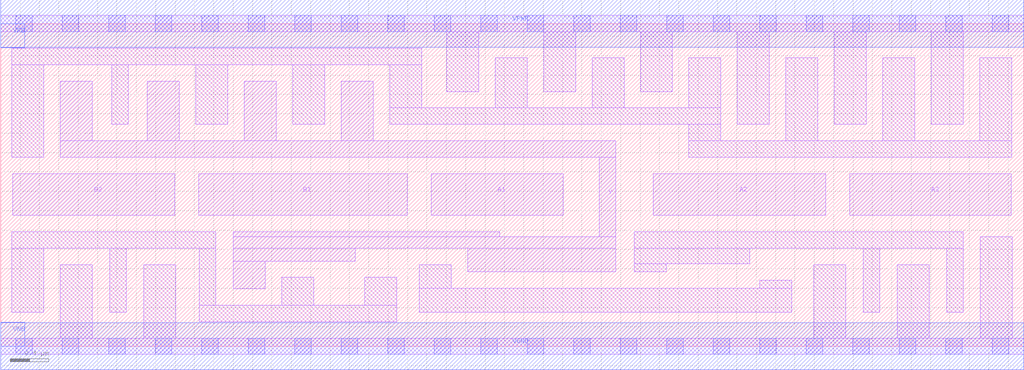
<source format=lef>
# Copyright 2020 The SkyWater PDK Authors
#
# Licensed under the Apache License, Version 2.0 (the "License");
# you may not use this file except in compliance with the License.
# You may obtain a copy of the License at
#
#     https://www.apache.org/licenses/LICENSE-2.0
#
# Unless required by applicable law or agreed to in writing, software
# distributed under the License is distributed on an "AS IS" BASIS,
# WITHOUT WARRANTIES OR CONDITIONS OF ANY KIND, either express or implied.
# See the License for the specific language governing permissions and
# limitations under the License.
#
# SPDX-License-Identifier: Apache-2.0

VERSION 5.5 ;
NAMESCASESENSITIVE ON ;
BUSBITCHARS "[]" ;
DIVIDERCHAR "/" ;
MACRO sky130_fd_sc_hs__a32oi_4
  CLASS CORE ;
  SOURCE USER ;
  ORIGIN  0.000000  0.000000 ;
  SIZE  10.56000 BY  3.330000 ;
  SYMMETRY X Y ;
  SITE unit ;
  PIN A1
    ANTENNAGATEAREA  1.116000 ;
    DIRECTION INPUT ;
    USE SIGNAL ;
    PORT
      LAYER li1 ;
        RECT 4.445000 1.350000 5.805000 1.780000 ;
    END
  END A1
  PIN A2
    ANTENNAGATEAREA  1.116000 ;
    DIRECTION INPUT ;
    USE SIGNAL ;
    PORT
      LAYER li1 ;
        RECT 6.735000 1.350000 8.515000 1.780000 ;
    END
  END A2
  PIN A3
    ANTENNAGATEAREA  1.116000 ;
    DIRECTION INPUT ;
    USE SIGNAL ;
    PORT
      LAYER li1 ;
        RECT 8.765000 1.350000 10.435000 1.780000 ;
    END
  END A3
  PIN B1
    ANTENNAGATEAREA  1.116000 ;
    DIRECTION INPUT ;
    USE SIGNAL ;
    PORT
      LAYER li1 ;
        RECT 2.045000 1.350000 4.195000 1.780000 ;
    END
  END B1
  PIN B2
    ANTENNAGATEAREA  1.116000 ;
    DIRECTION INPUT ;
    USE SIGNAL ;
    PORT
      LAYER li1 ;
        RECT 0.125000 1.350000 1.795000 1.780000 ;
    END
  END B2
  PIN Y
    ANTENNADIFFAREA  2.387000 ;
    DIRECTION OUTPUT ;
    USE SIGNAL ;
    PORT
      LAYER li1 ;
        RECT 0.615000 1.950000 6.350000 2.120000 ;
        RECT 0.615000 2.120000 0.945000 2.735000 ;
        RECT 1.515000 2.120000 1.845000 2.735000 ;
        RECT 2.400000 0.595000 2.730000 0.880000 ;
        RECT 2.400000 0.880000 3.660000 1.010000 ;
        RECT 2.400000 1.010000 6.350000 1.130000 ;
        RECT 2.400000 1.130000 5.150000 1.180000 ;
        RECT 2.515000 2.120000 2.845000 2.735000 ;
        RECT 3.515000 2.120000 3.845000 2.735000 ;
        RECT 4.820000 0.770000 6.350000 1.010000 ;
        RECT 6.180000 1.130000 6.350000 1.950000 ;
    END
  END Y
  PIN VGND
    DIRECTION INOUT ;
    USE GROUND ;
    PORT
      LAYER met1 ;
        RECT 0.000000 -0.245000 10.560000 0.245000 ;
    END
  END VGND
  PIN VNB
    DIRECTION INOUT ;
    USE GROUND ;
    PORT
      LAYER met1 ;
        RECT 0.000000 0.000000 0.250000 0.250000 ;
    END
  END VNB
  PIN VPB
    DIRECTION INOUT ;
    USE POWER ;
    PORT
      LAYER met1 ;
        RECT 0.000000 3.080000 0.250000 3.330000 ;
    END
  END VPB
  PIN VPWR
    DIRECTION INOUT ;
    USE POWER ;
    PORT
      LAYER met1 ;
        RECT 0.000000 3.085000 10.560000 3.575000 ;
    END
  END VPWR
  OBS
    LAYER li1 ;
      RECT  0.000000 -0.085000 10.560000 0.085000 ;
      RECT  0.000000  3.245000 10.560000 3.415000 ;
      RECT  0.115000  0.350000  0.445000 1.010000 ;
      RECT  0.115000  1.010000  2.220000 1.180000 ;
      RECT  0.115000  1.950000  0.445000 2.905000 ;
      RECT  0.115000  2.905000  4.345000 3.075000 ;
      RECT  0.615000  0.085000  0.945000 0.840000 ;
      RECT  1.125000  0.350000  1.295000 1.010000 ;
      RECT  1.145000  2.290000  1.315000 2.905000 ;
      RECT  1.475000  0.085000  1.805000 0.840000 ;
      RECT  2.015000  2.290000  2.345000 2.905000 ;
      RECT  2.050000  0.255000  4.090000 0.425000 ;
      RECT  2.050000  0.425000  2.220000 1.010000 ;
      RECT  2.900000  0.425000  3.230000 0.710000 ;
      RECT  3.015000  2.290000  3.345000 2.905000 ;
      RECT  3.760000  0.425000  4.090000 0.710000 ;
      RECT  4.015000  2.290000  7.435000 2.460000 ;
      RECT  4.015000  2.460000  4.345000 2.905000 ;
      RECT  4.320000  0.350000  8.165000 0.600000 ;
      RECT  4.320000  0.600000  4.650000 0.840000 ;
      RECT  4.605000  2.630000  4.935000 3.245000 ;
      RECT  5.105000  2.460000  5.435000 2.980000 ;
      RECT  5.605000  2.630000  5.935000 3.245000 ;
      RECT  6.105000  2.460000  6.435000 2.980000 ;
      RECT  6.540000  0.770000  6.870000 0.850000 ;
      RECT  6.540000  0.850000  7.735000 1.010000 ;
      RECT  6.540000  1.010000  9.935000 1.180000 ;
      RECT  6.605000  2.630000  6.935000 3.245000 ;
      RECT  7.105000  1.950000 10.440000 2.120000 ;
      RECT  7.105000  2.120000  7.435000 2.290000 ;
      RECT  7.105000  2.460000  7.435000 2.980000 ;
      RECT  7.605000  2.290000  7.935000 3.245000 ;
      RECT  7.835000  0.600000  8.165000 0.680000 ;
      RECT  8.105000  2.120000  8.435000 2.980000 ;
      RECT  8.395000  0.085000  8.725000 0.840000 ;
      RECT  8.605000  2.290000  8.935000 3.245000 ;
      RECT  8.905000  0.350000  9.075000 1.010000 ;
      RECT  9.105000  2.120000  9.435000 2.980000 ;
      RECT  9.255000  0.085000  9.585000 0.840000 ;
      RECT  9.605000  2.290000  9.935000 3.245000 ;
      RECT  9.765000  0.350000  9.935000 1.010000 ;
      RECT 10.110000  2.120000 10.440000 2.980000 ;
      RECT 10.115000  0.085000 10.445000 1.130000 ;
    LAYER mcon ;
      RECT  0.155000 -0.085000  0.325000 0.085000 ;
      RECT  0.155000  3.245000  0.325000 3.415000 ;
      RECT  0.635000 -0.085000  0.805000 0.085000 ;
      RECT  0.635000  3.245000  0.805000 3.415000 ;
      RECT  1.115000 -0.085000  1.285000 0.085000 ;
      RECT  1.115000  3.245000  1.285000 3.415000 ;
      RECT  1.595000 -0.085000  1.765000 0.085000 ;
      RECT  1.595000  3.245000  1.765000 3.415000 ;
      RECT  2.075000 -0.085000  2.245000 0.085000 ;
      RECT  2.075000  3.245000  2.245000 3.415000 ;
      RECT  2.555000 -0.085000  2.725000 0.085000 ;
      RECT  2.555000  3.245000  2.725000 3.415000 ;
      RECT  3.035000 -0.085000  3.205000 0.085000 ;
      RECT  3.035000  3.245000  3.205000 3.415000 ;
      RECT  3.515000 -0.085000  3.685000 0.085000 ;
      RECT  3.515000  3.245000  3.685000 3.415000 ;
      RECT  3.995000 -0.085000  4.165000 0.085000 ;
      RECT  3.995000  3.245000  4.165000 3.415000 ;
      RECT  4.475000 -0.085000  4.645000 0.085000 ;
      RECT  4.475000  3.245000  4.645000 3.415000 ;
      RECT  4.955000 -0.085000  5.125000 0.085000 ;
      RECT  4.955000  3.245000  5.125000 3.415000 ;
      RECT  5.435000 -0.085000  5.605000 0.085000 ;
      RECT  5.435000  3.245000  5.605000 3.415000 ;
      RECT  5.915000 -0.085000  6.085000 0.085000 ;
      RECT  5.915000  3.245000  6.085000 3.415000 ;
      RECT  6.395000 -0.085000  6.565000 0.085000 ;
      RECT  6.395000  3.245000  6.565000 3.415000 ;
      RECT  6.875000 -0.085000  7.045000 0.085000 ;
      RECT  6.875000  3.245000  7.045000 3.415000 ;
      RECT  7.355000 -0.085000  7.525000 0.085000 ;
      RECT  7.355000  3.245000  7.525000 3.415000 ;
      RECT  7.835000 -0.085000  8.005000 0.085000 ;
      RECT  7.835000  3.245000  8.005000 3.415000 ;
      RECT  8.315000 -0.085000  8.485000 0.085000 ;
      RECT  8.315000  3.245000  8.485000 3.415000 ;
      RECT  8.795000 -0.085000  8.965000 0.085000 ;
      RECT  8.795000  3.245000  8.965000 3.415000 ;
      RECT  9.275000 -0.085000  9.445000 0.085000 ;
      RECT  9.275000  3.245000  9.445000 3.415000 ;
      RECT  9.755000 -0.085000  9.925000 0.085000 ;
      RECT  9.755000  3.245000  9.925000 3.415000 ;
      RECT 10.235000 -0.085000 10.405000 0.085000 ;
      RECT 10.235000  3.245000 10.405000 3.415000 ;
  END
END sky130_fd_sc_hs__a32oi_4
END LIBRARY

</source>
